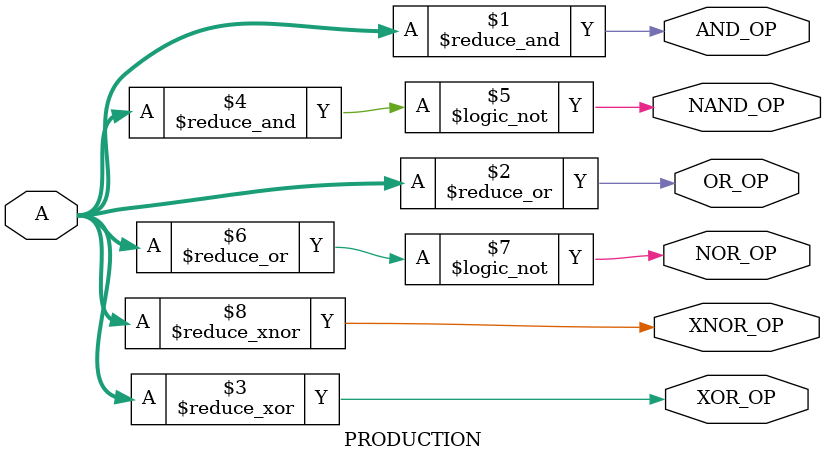
<source format=v>
module PRODUCTION(A, AND_OP, OR_OP, XOR_OP, NAND_OP, NOR_OP, XNOR_OP);
    input [2:0] A;
    output AND_OP, OR_OP, XOR_OP, NAND_OP, NOR_OP, XNOR_OP;

    assign AND_OP = &A;
    assign OR_OP = |A;
    assign XOR_OP = ^A;
    assign NAND_OP = ~&A;
    assign NOR_OP = ~|A;
    assign XNOR_OP = ^~A;
endmodule
</source>
